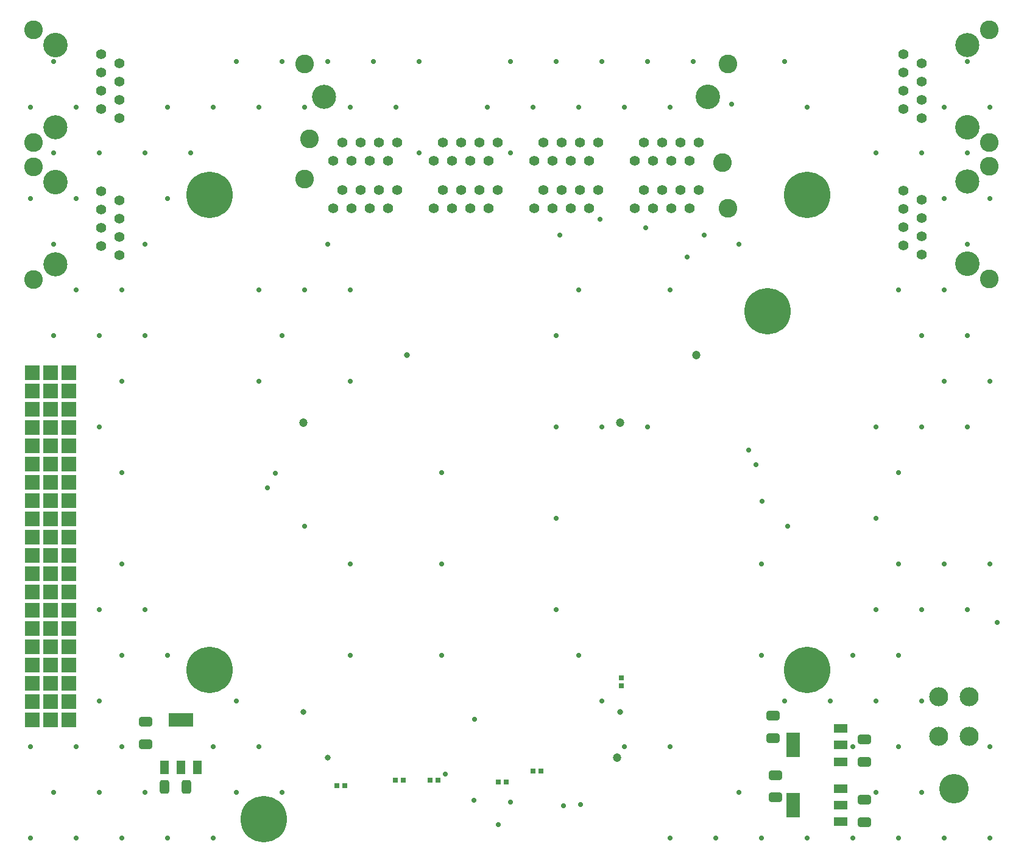
<source format=gbs>
G04*
G04 #@! TF.GenerationSoftware,Altium Limited,Altium Designer,18.0.12 (696)*
G04*
G04 Layer_Color=16711935*
%FSLAX43Y43*%
%MOMM*%
G71*
G01*
G75*
G04:AMPARAMS|DCode=18|XSize=0.702mm|YSize=0.752mm|CornerRadius=0.201mm|HoleSize=0mm|Usage=FLASHONLY|Rotation=90.000|XOffset=0mm|YOffset=0mm|HoleType=Round|Shape=RoundedRectangle|*
%AMROUNDEDRECTD18*
21,1,0.702,0.350,0,0,90.0*
21,1,0.300,0.752,0,0,90.0*
1,1,0.402,0.175,0.150*
1,1,0.402,0.175,-0.150*
1,1,0.402,-0.175,-0.150*
1,1,0.402,-0.175,0.150*
%
%ADD18ROUNDEDRECTD18*%
G04:AMPARAMS|DCode=21|XSize=1.302mm|YSize=1.902mm|CornerRadius=0.351mm|HoleSize=0mm|Usage=FLASHONLY|Rotation=270.000|XOffset=0mm|YOffset=0mm|HoleType=Round|Shape=RoundedRectangle|*
%AMROUNDEDRECTD21*
21,1,1.302,1.200,0,0,270.0*
21,1,0.600,1.902,0,0,270.0*
1,1,0.702,-0.600,-0.300*
1,1,0.702,-0.600,0.300*
1,1,0.702,0.600,0.300*
1,1,0.702,0.600,-0.300*
%
%ADD21ROUNDEDRECTD21*%
G04:AMPARAMS|DCode=27|XSize=0.702mm|YSize=0.752mm|CornerRadius=0.201mm|HoleSize=0mm|Usage=FLASHONLY|Rotation=0.000|XOffset=0mm|YOffset=0mm|HoleType=Round|Shape=RoundedRectangle|*
%AMROUNDEDRECTD27*
21,1,0.702,0.350,0,0,0.0*
21,1,0.300,0.752,0,0,0.0*
1,1,0.402,0.150,-0.175*
1,1,0.402,-0.150,-0.175*
1,1,0.402,-0.150,0.175*
1,1,0.402,0.150,0.175*
%
%ADD27ROUNDEDRECTD27*%
%ADD30C,1.402*%
%ADD31C,2.642*%
%ADD32C,4.102*%
%ADD33C,2.602*%
%ADD34C,3.404*%
%ADD35C,3.352*%
%ADD36C,6.452*%
%ADD37C,1.202*%
%ADD38C,0.802*%
%ADD39R,2.007X2.007*%
%ADD40C,0.737*%
%ADD89R,1.852X1.152*%
%ADD90R,1.852X1.152*%
%ADD91R,1.852X3.502*%
G04:AMPARAMS|DCode=92|XSize=1.302mm|YSize=1.902mm|CornerRadius=0.351mm|HoleSize=0mm|Usage=FLASHONLY|Rotation=180.000|XOffset=0mm|YOffset=0mm|HoleType=Round|Shape=RoundedRectangle|*
%AMROUNDEDRECTD92*
21,1,1.302,1.200,0,0,180.0*
21,1,0.600,1.902,0,0,180.0*
1,1,0.702,-0.300,0.600*
1,1,0.702,0.300,0.600*
1,1,0.702,0.300,-0.600*
1,1,0.702,-0.300,-0.600*
%
%ADD92ROUNDEDRECTD92*%
%ADD93R,1.152X1.852*%
%ADD94R,1.152X1.852*%
%ADD95R,3.502X1.852*%
D18*
X85013Y22056D02*
D03*
Y23156D02*
D03*
D21*
X118795Y3098D02*
D03*
Y6198D02*
D03*
X106476Y6527D02*
D03*
Y9627D02*
D03*
X18905Y17044D02*
D03*
Y13944D02*
D03*
X106095Y14782D02*
D03*
Y17882D02*
D03*
X118795Y11480D02*
D03*
Y14580D02*
D03*
D27*
X72763Y10211D02*
D03*
X73863D02*
D03*
X45474Y8128D02*
D03*
X46574D02*
D03*
X53602Y8890D02*
D03*
X54702D02*
D03*
X58428D02*
D03*
X59528D02*
D03*
X67953Y8636D02*
D03*
X69053D02*
D03*
D30*
X126796Y81984D02*
D03*
X124256Y83254D02*
D03*
Y85794D02*
D03*
X126796Y87064D02*
D03*
Y84524D02*
D03*
X124256Y88334D02*
D03*
X126796Y89604D02*
D03*
X124256Y90874D02*
D03*
X126796Y100965D02*
D03*
X124256Y102235D02*
D03*
Y104775D02*
D03*
X126796Y106045D02*
D03*
Y103505D02*
D03*
X124256Y107315D02*
D03*
X126796Y108585D02*
D03*
X124256Y109855D02*
D03*
X12750Y83185D02*
D03*
X15290Y81915D02*
D03*
X12750Y85725D02*
D03*
X15290Y86995D02*
D03*
X12750Y90805D02*
D03*
X15290Y89535D02*
D03*
Y100965D02*
D03*
X12750Y102235D02*
D03*
Y104775D02*
D03*
X15290Y106045D02*
D03*
Y108585D02*
D03*
X12750Y109855D02*
D03*
X47552Y88398D02*
D03*
X51362Y90938D02*
D03*
X48822Y97542D02*
D03*
X50092Y95002D02*
D03*
X45012Y95002D02*
D03*
X46282Y97542D02*
D03*
X86922Y88398D02*
D03*
X88192Y90938D02*
D03*
X58982Y88398D02*
D03*
X60252Y90938D02*
D03*
X75492Y88394D02*
D03*
X79302Y90934D02*
D03*
X12750Y107315D02*
D03*
X15290Y103505D02*
D03*
X12750Y88265D02*
D03*
X15290Y84455D02*
D03*
X62792Y97542D02*
D03*
X64062Y95002D02*
D03*
X62792Y90938D02*
D03*
X64062Y88398D02*
D03*
X78032Y94998D02*
D03*
X76762Y97538D02*
D03*
X80572Y94988D02*
D03*
X81842Y97538D02*
D03*
X78032Y88394D02*
D03*
X76762Y90934D02*
D03*
X86922Y95002D02*
D03*
X88192Y97542D02*
D03*
X90732D02*
D03*
X92002Y95002D02*
D03*
X92002Y88398D02*
D03*
X90732Y90938D02*
D03*
X72952Y88394D02*
D03*
X80572Y88384D02*
D03*
X74222Y90934D02*
D03*
X81842D02*
D03*
X89462Y88398D02*
D03*
X94542D02*
D03*
X93272Y90938D02*
D03*
X95812D02*
D03*
X67872Y90938D02*
D03*
X65332D02*
D03*
X66602Y88388D02*
D03*
X61522Y88398D02*
D03*
X53902Y90938D02*
D03*
X48822D02*
D03*
X46282D02*
D03*
X52632Y88388D02*
D03*
X50092Y88398D02*
D03*
X45012Y88398D02*
D03*
X47552Y95002D02*
D03*
X52632Y94992D02*
D03*
X51362Y97542D02*
D03*
X53902D02*
D03*
X58982Y95002D02*
D03*
X61522D02*
D03*
X66602Y94992D02*
D03*
X60252Y97542D02*
D03*
X65332D02*
D03*
X67872D02*
D03*
X95812Y97542D02*
D03*
X93272D02*
D03*
X94542Y95002D02*
D03*
X89462D02*
D03*
X79302Y97538D02*
D03*
X74222D02*
D03*
X75492Y94998D02*
D03*
X72952D02*
D03*
D31*
X133322Y15047D02*
D03*
X129122Y20547D02*
D03*
X133322D02*
D03*
X129122Y15047D02*
D03*
D32*
X131222Y7747D02*
D03*
D33*
X136196Y113210D02*
D03*
Y97610D02*
D03*
X3350D02*
D03*
Y113210D02*
D03*
X136196Y94229D02*
D03*
Y78629D02*
D03*
X3350Y78560D02*
D03*
Y94160D02*
D03*
X99872Y108458D02*
D03*
X99112Y94748D02*
D03*
X99872Y88398D02*
D03*
X40952Y108458D02*
D03*
X41712Y98048D02*
D03*
X40952Y92458D02*
D03*
D34*
X133146Y99695D02*
D03*
X6400Y111125D02*
D03*
X133146Y80714D02*
D03*
X6400Y92075D02*
D03*
X97082Y103888D02*
D03*
D35*
X133146Y111125D02*
D03*
X6400Y99695D02*
D03*
X133146Y92144D02*
D03*
X6400Y80645D02*
D03*
X43742Y103888D02*
D03*
D36*
X110871Y90297D02*
D03*
Y24257D02*
D03*
X27813D02*
D03*
Y90297D02*
D03*
X105322Y74100D02*
D03*
X35322Y3490D02*
D03*
D37*
X40825Y58641D02*
D03*
X95425Y68041D02*
D03*
X84425Y12041D02*
D03*
X84825Y58641D02*
D03*
D38*
X40825Y18441D02*
D03*
X55225Y68041D02*
D03*
X44225Y12041D02*
D03*
X84825Y18441D02*
D03*
D39*
X3125Y29972D02*
D03*
Y32512D02*
D03*
Y35052D02*
D03*
Y37592D02*
D03*
Y40132D02*
D03*
X5665Y29972D02*
D03*
Y32512D02*
D03*
Y35052D02*
D03*
Y37592D02*
D03*
Y40132D02*
D03*
X8205Y29972D02*
D03*
Y32512D02*
D03*
Y35052D02*
D03*
Y37592D02*
D03*
Y40132D02*
D03*
X3125Y42672D02*
D03*
Y45212D02*
D03*
Y47752D02*
D03*
Y50292D02*
D03*
Y52832D02*
D03*
X5665Y42672D02*
D03*
Y45212D02*
D03*
Y47752D02*
D03*
Y50292D02*
D03*
Y52832D02*
D03*
X8205Y42672D02*
D03*
Y45212D02*
D03*
Y47752D02*
D03*
Y50292D02*
D03*
Y52832D02*
D03*
X3125Y55372D02*
D03*
Y57912D02*
D03*
Y60452D02*
D03*
Y62992D02*
D03*
Y65532D02*
D03*
X5665Y55372D02*
D03*
Y57912D02*
D03*
Y60452D02*
D03*
Y62992D02*
D03*
Y65532D02*
D03*
X8205Y55372D02*
D03*
Y57912D02*
D03*
Y60452D02*
D03*
Y62992D02*
D03*
Y65532D02*
D03*
X3125Y17272D02*
D03*
Y19812D02*
D03*
Y22352D02*
D03*
Y24892D02*
D03*
Y27432D02*
D03*
X5665Y17272D02*
D03*
Y19812D02*
D03*
Y22352D02*
D03*
Y24892D02*
D03*
Y27432D02*
D03*
X8205Y17272D02*
D03*
Y19812D02*
D03*
Y22352D02*
D03*
Y24892D02*
D03*
Y27432D02*
D03*
D40*
X104546Y47676D02*
D03*
X100381Y102921D02*
D03*
X96495Y84709D02*
D03*
X94158Y81610D02*
D03*
X88392Y85725D02*
D03*
X82042Y86893D02*
D03*
X76479Y84734D02*
D03*
X35839Y49555D02*
D03*
X36932Y51587D02*
D03*
X64516Y6096D02*
D03*
X64618Y17374D02*
D03*
X102692Y54788D02*
D03*
X103759Y52756D02*
D03*
X108102Y44247D02*
D03*
X67920Y2718D02*
D03*
X69621Y5893D02*
D03*
X79350Y5512D02*
D03*
X76937Y5359D02*
D03*
X136251Y102449D02*
D03*
Y89749D02*
D03*
Y64349D02*
D03*
Y38949D02*
D03*
Y13549D02*
D03*
Y849D02*
D03*
X133076Y108799D02*
D03*
X129901Y102449D02*
D03*
X133076Y96099D02*
D03*
X129901Y89749D02*
D03*
X133076Y83399D02*
D03*
X129901Y77049D02*
D03*
X133076Y70699D02*
D03*
X129901Y64349D02*
D03*
X133076Y57999D02*
D03*
X129901Y38949D02*
D03*
X133076Y32599D02*
D03*
X129901Y849D02*
D03*
X126726Y96099D02*
D03*
X123551Y77049D02*
D03*
X126726Y70699D02*
D03*
Y57999D02*
D03*
X123551Y51649D02*
D03*
Y38949D02*
D03*
X126726Y32599D02*
D03*
X123551Y26249D02*
D03*
X126726Y19899D02*
D03*
X123551Y13549D02*
D03*
X126726Y7199D02*
D03*
X123551Y849D02*
D03*
X120376Y96099D02*
D03*
Y57999D02*
D03*
Y45299D02*
D03*
Y32599D02*
D03*
X117201Y26249D02*
D03*
X120376Y19899D02*
D03*
X117201Y13549D02*
D03*
X120376Y7199D02*
D03*
X117201Y849D02*
D03*
X110851Y102449D02*
D03*
X114026Y19899D02*
D03*
X110851Y849D02*
D03*
X107676Y108799D02*
D03*
X104501Y38949D02*
D03*
Y26249D02*
D03*
X107676Y19899D02*
D03*
X104501Y849D02*
D03*
X101326Y83399D02*
D03*
Y7199D02*
D03*
X98151Y849D02*
D03*
X94976Y108799D02*
D03*
X91801Y102449D02*
D03*
Y77049D02*
D03*
Y13549D02*
D03*
Y849D02*
D03*
X88626Y108799D02*
D03*
X85451Y102449D02*
D03*
X88626Y57999D02*
D03*
X85451Y13549D02*
D03*
X82276Y108799D02*
D03*
X79101Y102449D02*
D03*
Y77049D02*
D03*
X82276Y57999D02*
D03*
X79101Y26249D02*
D03*
X82276Y19899D02*
D03*
X75926Y108799D02*
D03*
X72751Y102449D02*
D03*
X75926Y70699D02*
D03*
Y57999D02*
D03*
Y45299D02*
D03*
Y32599D02*
D03*
X69576Y108799D02*
D03*
X66401Y102449D02*
D03*
X69576Y96099D02*
D03*
X60051Y51649D02*
D03*
Y38949D02*
D03*
Y26249D02*
D03*
X56876Y108799D02*
D03*
X53701Y102449D02*
D03*
X56876Y96099D02*
D03*
X50526Y108799D02*
D03*
X47351Y102449D02*
D03*
Y77049D02*
D03*
Y64349D02*
D03*
Y38949D02*
D03*
Y26249D02*
D03*
X44176Y108799D02*
D03*
X41001Y102449D02*
D03*
X44176Y83399D02*
D03*
X41001Y77049D02*
D03*
X37826Y108799D02*
D03*
X34651Y102449D02*
D03*
Y77049D02*
D03*
X37826Y70699D02*
D03*
X34651Y64349D02*
D03*
Y13549D02*
D03*
X37826Y7199D02*
D03*
X31476Y108799D02*
D03*
X28301Y102449D02*
D03*
X31476Y19899D02*
D03*
X28301Y13549D02*
D03*
X31476Y7199D02*
D03*
X28301Y849D02*
D03*
X21951Y102449D02*
D03*
X25126Y96099D02*
D03*
X21951Y89749D02*
D03*
Y26249D02*
D03*
Y849D02*
D03*
X18776Y96099D02*
D03*
Y83399D02*
D03*
X15601Y77049D02*
D03*
X18776Y70699D02*
D03*
X15601Y64349D02*
D03*
Y51649D02*
D03*
Y38949D02*
D03*
X18776Y32599D02*
D03*
X15601Y26249D02*
D03*
Y13549D02*
D03*
X18776Y7199D02*
D03*
X15601Y849D02*
D03*
X9251Y102449D02*
D03*
X12426Y96099D02*
D03*
X9251Y89749D02*
D03*
Y77049D02*
D03*
X12426Y70699D02*
D03*
Y57999D02*
D03*
Y32599D02*
D03*
Y19899D02*
D03*
X9251Y13549D02*
D03*
X12426Y7199D02*
D03*
X9251Y849D02*
D03*
X6076Y108799D02*
D03*
X2901Y102449D02*
D03*
X6076Y96099D02*
D03*
X2901Y89749D02*
D03*
X6076Y83399D02*
D03*
Y70699D02*
D03*
X2901Y13549D02*
D03*
X6076Y7199D02*
D03*
X2901Y849D02*
D03*
X137236Y30886D02*
D03*
X41015Y44241D02*
D03*
X60579Y9728D02*
D03*
D89*
X115470Y7736D02*
D03*
X115480Y16092D02*
D03*
D90*
X115470Y5436D02*
D03*
Y3136D02*
D03*
X115480Y13792D02*
D03*
Y11492D02*
D03*
D91*
X108870Y5436D02*
D03*
X108880Y13792D02*
D03*
D92*
X21487Y8001D02*
D03*
X24587D02*
D03*
D93*
X26099Y10670D02*
D03*
D94*
X23799Y10670D02*
D03*
X21499D02*
D03*
D95*
X23799Y17270D02*
D03*
M02*

</source>
